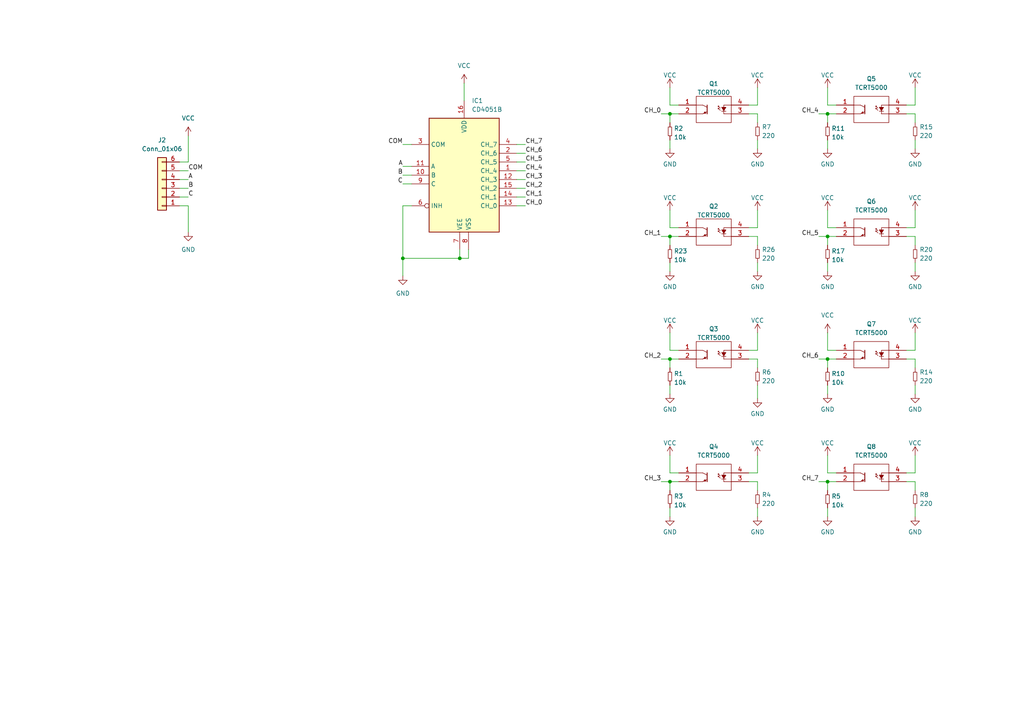
<source format=kicad_sch>
(kicad_sch (version 20231120) (generator "eeschema") (generator_version "8.0")
  (paper "A4")
  (lib_symbols
    (symbol "EESTN5:Conn_01x06" (pin_names (offset 1.016) hide)
      (property "Reference" "J" (at 0 7.62 0))
      (property "Value" "Conn_01x06" (at 0 -10.16 0))
      (symbol "Conn_01x06_1_1"
        (rectangle (start -1.27 -7.493) (end 0 -7.747) (stroke (width 0.1524)))
        (rectangle (start -1.27 -4.953) (end 0 -5.207) (stroke (width 0.1524)))
        (rectangle (start -1.27 -2.413) (end 0 -2.667) (stroke (width 0.1524)))
        (rectangle (start -1.27 0.127) (end 0 -0.127) (stroke (width 0.1524)))
        (rectangle (start -1.27 2.667) (end 0 2.413) (stroke (width 0.1524)))
        (rectangle (start -1.27 5.207) (end 0 4.953) (stroke (width 0.1524)))
        (rectangle (start -1.27 6.35) (end 1.27 -8.89) (stroke (width 0.254)) (fill (type background)))
        (pin passive line (at -5.08 5.08 0) (length 3.81) (name "Pin_1") (number "1"))
        (pin passive line (at -5.08 2.54 0) (length 3.81) (name "Pin_2") (number "2"))
        (pin passive line (at -5.08 0 0) (length 3.81) (name "Pin_3") (number "3"))
        (pin passive line (at -5.08 -2.54 0) (length 3.81) (name "Pin_4") (number "4"))
        (pin passive line (at -5.08 -5.08 0) (length 3.81) (name "Pin_5") (number "5"))
        (pin passive line (at -5.08 -7.62 0) (length 3.81) (name "Pin_6") (number "6"))
      )
    )
    (symbol "EESTN5:R" (pin_numbers hide) (pin_names (offset 0))
      (property "Reference" "R" (at -1.27 0 90))
      (property "Value" "R" (at 1.27 0 90))
      (symbol "R_0_1"
        (rectangle (start 0.508 1.27) (end -0.508 -1.27))
      )
      (symbol "R_1_1"
        (pin passive line (at 0 2.54 270) (length 1.27) (name "~") (number "1"))
        (pin passive line (at 0 -2.54 90) (length 1.27) (name "~") (number "2"))
      )
    )
    (symbol "GND_1" (power) (pin_numbers hide) (pin_names (offset 0) hide)
      (property "Value" "GND" (at 0 -3.81 0))
      (symbol "GND_1_0_1"
        (polyline (pts (xy 0 0) (xy 0 -1.27) (xy 1.27 -1.27) (xy 0 -2.54) (xy -1.27 -1.27) (xy 0 -1.27)))
      )
      (symbol "GND_1_1_1"
        (pin power_in line (at 0 0 270) (length 0) (name "~") (number "1"))
      )
    )
    (symbol "GND_2" (power) (pin_numbers hide) (pin_names (offset 0) hide)
      (property "Value" "GND" (at 0 -3.81 0))
      (symbol "GND_2_0_1"
        (polyline (pts (xy 0 0) (xy 0 -1.27) (xy 1.27 -1.27) (xy 0 -2.54) (xy -1.27 -1.27) (xy 0 -1.27)))
      )
      (symbol "GND_2_1_1"
        (pin power_in line (at 0 0 270) (length 0) (name "~") (number "1"))
      )
    )
    (symbol "Logic_Gate:CD4051B"
      (property "Reference" "IC" (at 5.08 -17.78 0))
      (property "Value" "CD4051B" (at 5.08 -20.32 0))
      (symbol "CD4051B_1_1"
        (rectangle (start -10.16 16.51) (end 10.16 -16.51) (stroke (width 0.254)) (fill (type background)))
        (pin passive line (at 15.24 1.27 180) (length 5.08) (name "CH_4") (number "1"))
        (pin passive line (at -15.24 0 0) (length 5.08) (name "B") (number "10"))
        (pin passive line (at -15.24 2.54 0) (length 5.08) (name "A") (number "11"))
        (pin passive line (at 15.24 -1.27 180) (length 5.08) (name "CH_3") (number "12"))
        (pin passive line (at 15.24 -8.89 180) (length 5.08) (name "CH_0") (number "13"))
        (pin passive line (at 15.24 -6.35 180) (length 5.08) (name "CH_1") (number "14"))
        (pin passive line (at 15.24 -3.81 180) (length 5.08) (name "CH_2") (number "15"))
        (pin passive line (at 0 21.59 270) (length 5.08) (name "VDD") (number "16"))
        (pin passive line (at 15.24 6.35 180) (length 5.08) (name "CH_6") (number "2"))
        (pin passive line (at -15.24 8.89 0) (length 5.08) (name "COM") (number "3"))
        (pin passive line (at 15.24 8.89 180) (length 5.08) (name "CH_7") (number "4"))
        (pin passive line (at 15.24 3.81 180) (length 5.08) (name "CH_5") (number "5"))
        (pin passive inverted (at -15.24 -8.89 0) (length 5.08) (name "INH") (number "6"))
        (pin passive line (at -1.27 -21.59 90) (length 5.08) (name "VEE") (number "7"))
        (pin passive line (at 1.27 -21.59 90) (length 5.08) (name "VSS") (number "8"))
        (pin passive line (at -15.24 -2.54 0) (length 5.08) (name "C") (number "9"))
      )
    )
    (symbol "TCRT5000_1" (pin_names (offset 0.762) hide)
      (property "Reference" "Q" (at 6.35 8.89 0))
      (property "Value" "TCRT5000_1" (at 6.35 6.35 0))
      (symbol "TCRT5000_1_0_0"
        (pin passive line (at -10.16 1.27 0) (length 5.08) (name "C") (number "1"))
        (pin passive line (at -10.16 -1.27 0) (length 5.08) (name "E") (number "2"))
        (pin passive line (at 10.16 -1.27 180) (length 5.08) (name "K") (number "3"))
        (pin passive line (at 10.16 1.27 180) (length 5.08) (name "A") (number "4"))
      )
      (symbol "TCRT5000_1_0_1"
        (polyline (pts (xy -3.175 -1.27) (xy -5.08 -1.27)) (stroke (width 0.1524)))
        (polyline (pts (xy -3.175 1.27) (xy -5.08 1.27)) (stroke (width 0.1524)))
        (polyline (pts (xy -1.905 -1.27) (xy -1.905 1.27)) (stroke (width 0.254)))
        (polyline (pts (xy -1.905 -0.635) (xy -3.175 -1.27)) (stroke (width 0.1524)))
        (polyline (pts (xy -1.905 0.635) (xy -3.175 1.27)) (stroke (width 0.1524)))
        (polyline (pts (xy 1.397 0.254) (xy 1.905 -0.254)) (stroke (width 0.1524)))
        (polyline (pts (xy 1.397 0.889) (xy 1.905 0.381)) (stroke (width 0.1524)))
        (polyline (pts (xy 2.286 -0.508) (xy 3.556 -0.508)) (stroke (width 0.1524)))
        (polyline (pts (xy 2.921 -0.508) (xy 2.921 -1.27)) (stroke (width 0.1524)))
        (polyline (pts (xy 5.08 -1.27) (xy 2.921 -1.27)) (stroke (width 0.1524)))
        (polyline (pts (xy 5.08 1.27) (xy 2.921 1.27) (xy 2.921 0.635)) (stroke (width 0.1524)))
        (polyline (pts (xy -5.08 3.81) (xy 5.08 3.81) (xy 5.08 -3.81) (xy -5.08 -3.81) (xy -5.08 3.81)) (stroke (width 0.1524)))
        (polyline (pts (xy -2.286 -1.143) (xy -2.54 -0.635) (xy -2.921 -1.143) (xy -2.286 -1.143) (xy -2.54 -0.635)) (fill (type outline)))
        (polyline (pts (xy 1.397 0.254) (xy 1.27 0.127) (xy 1.27 0.381) (xy 1.524 0.381) (xy 1.397 0.254)) (stroke (width 0.1524)))
        (polyline (pts (xy 1.397 0.889) (xy 1.27 0.762) (xy 1.27 1.016) (xy 1.524 1.016) (xy 1.397 0.889)) (stroke (width 0.1524)))
        (polyline (pts (xy 3.556 0.635) (xy 2.286 0.635) (xy 2.921 -0.381) (xy 3.556 0.635) (xy 2.794 0)) (fill (type outline)))
      )
    )
    (symbol "VCC_1" (power) (pin_numbers hide) (pin_names (offset 0) hide)
      (property "Value" "VCC" (at 0 3.556 0))
      (symbol "VCC_1_0_1"
        (polyline (pts (xy -0.762 1.27) (xy 0 2.54)))
        (polyline (pts (xy 0 0) (xy 0 2.54)))
        (polyline (pts (xy 0 2.54) (xy 0.762 1.27)))
      )
      (symbol "VCC_1_1_1"
        (pin power_in line (at 0 0 90) (length 0) (name "~") (number "1"))
      )
    )
    (symbol "VCC_2" (power) (pin_numbers hide) (pin_names (offset 0) hide)
      (property "Value" "VCC" (at 0 3.556 0))
      (symbol "VCC_2_0_1"
        (polyline (pts (xy -0.762 1.27) (xy 0 2.54)))
        (polyline (pts (xy 0 0) (xy 0 2.54)))
        (polyline (pts (xy 0 2.54) (xy 0.762 1.27)))
      )
      (symbol "VCC_2_1_1"
        (pin power_in line (at 0 0 90) (length 0) (name "~") (number "1"))
      )
    )
    (symbol "VCC_3" (power) (pin_numbers hide) (pin_names (offset 0) hide)
      (property "Value" "VCC" (at 0 3.556 0))
      (symbol "VCC_3_0_1"
        (polyline (pts (xy -0.762 1.27) (xy 0 2.54)))
        (polyline (pts (xy 0 0) (xy 0 2.54)))
        (polyline (pts (xy 0 2.54) (xy 0.762 1.27)))
      )
      (symbol "VCC_3_1_1"
        (pin power_in line (at 0 0 90) (length 0) (name "~") (number "1"))
      )
    )
    (symbol "power:GND" (power) (pin_names (offset 0))
      (property "Value" "GND" (at 0 -3.81 0))
      (symbol "GND_0_1"
        (polyline (pts (xy 0 0) (xy 0 -1.27) (xy 1.27 -1.27) (xy 0 -2.54) (xy -1.27 -1.27) (xy 0 -1.27)))
      )
      (symbol "GND_1_1"
        (pin power_in line (at 0 0 270) (length 0) hide (name "GND") (number "1"))
      )
    )
    (symbol "power:VCC" (power) (pin_names (offset 0))
      (property "Value" "VCC" (at 0 3.81 0))
      (symbol "VCC_0_1"
        (polyline (pts (xy -0.762 1.27) (xy 0 2.54)))
        (polyline (pts (xy 0 0) (xy 0 2.54)))
        (polyline (pts (xy 0 2.54) (xy 0.762 1.27)))
      )
      (symbol "VCC_1_1"
        (pin power_in line (at 0 0 90) (length 0) hide (name "VCC") (number "1"))
      )
    )
  )
  (junction (at 240.03 68.58))
  (junction (at 194.31 104.14))
  (junction (at 240.03 104.14))
  (junction (at 194.31 33.02))
  (junction (at 116.84 74.93))
  (junction (at 194.31 139.7))
  (junction (at 240.03 139.7))
  (junction (at 240.03 33.02))
  (junction (at 133.35 74.93))
  (junction (at 194.31 68.58))
  (wire (pts (xy 240.03 68.58) (xy 242.57 68.58)))
  (wire (pts (xy 219.71 60.96) (xy 219.71 66.04)))
  (wire (pts (xy 194.31 33.02) (xy 194.31 35.56)))
  (wire (pts (xy 265.43 76.2) (xy 265.43 78.74)))
  (wire (pts (xy 262.89 139.7) (xy 265.43 139.7)))
  (wire (pts (xy 237.49 33.02) (xy 240.03 33.02)))
  (wire (pts (xy 237.49 139.7) (xy 240.03 139.7)))
  (wire (pts (xy 240.03 111.76) (xy 240.03 114.3)))
  (wire (pts (xy 191.77 68.58) (xy 194.31 68.58)))
  (wire (pts (xy 265.43 66.04) (xy 262.89 66.04)))
  (wire (pts (xy 217.17 33.02) (xy 219.71 33.02)))
  (wire (pts (xy 265.43 60.96) (xy 265.43 66.04)))
  (wire (pts (xy 194.31 68.58) (xy 196.85 68.58)))
  (wire (pts (xy 265.43 147.32) (xy 265.43 149.86)))
  (wire (pts (xy 265.43 33.02) (xy 265.43 35.56)))
  (wire (pts (xy 240.03 137.16) (xy 242.57 137.16)))
  (wire (pts (xy 149.86 52.07) (xy 152.4 52.07)))
  (wire (pts (xy 219.71 147.32) (xy 219.71 149.86)))
  (wire (pts (xy 219.71 96.52) (xy 219.71 101.6)))
  (wire (pts (xy 194.31 96.52) (xy 194.31 101.6)))
  (wire (pts (xy 265.43 68.58) (xy 265.43 71.12)))
  (wire (pts (xy 134.62 24.13) (xy 134.62 29.21)))
  (wire (pts (xy 52.07 57.15) (xy 54.61 57.15)))
  (wire (pts (xy 219.71 104.14) (xy 219.71 106.68)))
  (wire (pts (xy 237.49 104.14) (xy 240.03 104.14)))
  (wire (pts (xy 262.89 33.02) (xy 265.43 33.02)))
  (wire (pts (xy 219.71 40.64) (xy 219.71 43.18)))
  (wire (pts (xy 194.31 139.7) (xy 196.85 139.7)))
  (wire (pts (xy 265.43 104.14) (xy 265.43 106.68)))
  (wire (pts (xy 217.17 68.58) (xy 219.71 68.58)))
  (wire (pts (xy 116.84 41.91) (xy 119.38 41.91)))
  (wire (pts (xy 219.71 101.6) (xy 217.17 101.6)))
  (wire (pts (xy 194.31 60.96) (xy 194.31 66.04)))
  (wire (pts (xy 219.71 30.48) (xy 217.17 30.48)))
  (wire (pts (xy 265.43 137.16) (xy 262.89 137.16)))
  (wire (pts (xy 240.03 66.04) (xy 242.57 66.04)))
  (wire (pts (xy 265.43 30.48) (xy 262.89 30.48)))
  (wire (pts (xy 265.43 132.08) (xy 265.43 137.16)))
  (wire (pts (xy 240.03 60.96) (xy 240.03 66.04)))
  (wire (pts (xy 240.03 33.02) (xy 242.57 33.02)))
  (wire (pts (xy 52.07 49.53) (xy 54.61 49.53)))
  (wire (pts (xy 219.71 66.04) (xy 217.17 66.04)))
  (wire (pts (xy 219.71 25.4) (xy 219.71 30.48)))
  (wire (pts (xy 52.07 52.07) (xy 54.61 52.07)))
  (wire (pts (xy 265.43 96.52) (xy 265.43 101.6)))
  (wire (pts (xy 194.31 68.58) (xy 194.31 71.12)))
  (wire (pts (xy 240.03 40.64) (xy 240.03 43.18)))
  (wire (pts (xy 54.61 39.37) (xy 54.61 46.99)))
  (wire (pts (xy 240.03 104.14) (xy 242.57 104.14)))
  (wire (pts (xy 240.03 25.4) (xy 240.03 30.48)))
  (wire (pts (xy 191.77 33.02) (xy 194.31 33.02)))
  (wire (pts (xy 240.03 104.14) (xy 240.03 106.68)))
  (wire (pts (xy 265.43 111.76) (xy 265.43 114.3)))
  (wire (pts (xy 116.84 50.8) (xy 119.38 50.8)))
  (wire (pts (xy 240.03 139.7) (xy 240.03 142.24)))
  (wire (pts (xy 149.86 41.91) (xy 152.4 41.91)))
  (wire (pts (xy 116.84 59.69) (xy 116.84 74.93)))
  (wire (pts (xy 54.61 46.99) (xy 52.07 46.99)))
  (wire (pts (xy 133.35 74.93) (xy 135.89 74.93)))
  (wire (pts (xy 191.77 139.7) (xy 194.31 139.7)))
  (wire (pts (xy 240.03 96.52) (xy 240.03 101.6)))
  (wire (pts (xy 194.31 40.64) (xy 194.31 43.18)))
  (wire (pts (xy 149.86 59.69) (xy 152.4 59.69)))
  (wire (pts (xy 194.31 66.04) (xy 196.85 66.04)))
  (wire (pts (xy 149.86 57.15) (xy 152.4 57.15)))
  (wire (pts (xy 240.03 76.2) (xy 240.03 78.74)))
  (wire (pts (xy 217.17 139.7) (xy 219.71 139.7)))
  (wire (pts (xy 116.84 48.26) (xy 119.38 48.26)))
  (wire (pts (xy 265.43 25.4) (xy 265.43 30.48)))
  (wire (pts (xy 194.31 132.08) (xy 194.31 137.16)))
  (wire (pts (xy 240.03 33.02) (xy 240.03 35.56)))
  (wire (pts (xy 219.71 132.08) (xy 219.71 137.16)))
  (wire (pts (xy 194.31 104.14) (xy 194.31 106.68)))
  (wire (pts (xy 135.89 74.93) (xy 135.89 72.39)))
  (wire (pts (xy 194.31 30.48) (xy 196.85 30.48)))
  (wire (pts (xy 219.71 68.58) (xy 219.71 71.12)))
  (wire (pts (xy 219.71 111.76) (xy 219.71 115.57)))
  (wire (pts (xy 149.86 44.45) (xy 152.4 44.45)))
  (wire (pts (xy 240.03 30.48) (xy 242.57 30.48)))
  (wire (pts (xy 194.31 104.14) (xy 196.85 104.14)))
  (wire (pts (xy 240.03 139.7) (xy 242.57 139.7)))
  (wire (pts (xy 194.31 137.16) (xy 196.85 137.16)))
  (wire (pts (xy 194.31 139.7) (xy 194.31 142.24)))
  (wire (pts (xy 116.84 74.93) (xy 116.84 80.01)))
  (wire (pts (xy 219.71 137.16) (xy 217.17 137.16)))
  (wire (pts (xy 149.86 46.99) (xy 152.4 46.99)))
  (wire (pts (xy 237.49 68.58) (xy 240.03 68.58)))
  (wire (pts (xy 194.31 111.76) (xy 194.31 114.3)))
  (wire (pts (xy 219.71 76.2) (xy 219.71 78.74)))
  (wire (pts (xy 54.61 67.31) (xy 54.61 59.69)))
  (wire (pts (xy 116.84 74.93) (xy 133.35 74.93)))
  (wire (pts (xy 52.07 54.61) (xy 54.61 54.61)))
  (wire (pts (xy 194.31 147.32) (xy 194.31 149.86)))
  (wire (pts (xy 219.71 33.02) (xy 219.71 35.56)))
  (wire (pts (xy 133.35 72.39) (xy 133.35 74.93)))
  (wire (pts (xy 217.17 104.14) (xy 219.71 104.14)))
  (wire (pts (xy 240.03 132.08) (xy 240.03 137.16)))
  (wire (pts (xy 194.31 76.2) (xy 194.31 78.74)))
  (wire (pts (xy 262.89 104.14) (xy 265.43 104.14)))
  (wire (pts (xy 265.43 101.6) (xy 262.89 101.6)))
  (wire (pts (xy 149.86 49.53) (xy 152.4 49.53)))
  (wire (pts (xy 194.31 33.02) (xy 196.85 33.02)))
  (wire (pts (xy 194.31 25.4) (xy 194.31 30.48)))
  (wire (pts (xy 191.77 104.14) (xy 194.31 104.14)))
  (wire (pts (xy 265.43 40.64) (xy 265.43 43.18)))
  (wire (pts (xy 119.38 59.69) (xy 116.84 59.69)))
  (wire (pts (xy 149.86 54.61) (xy 152.4 54.61)))
  (wire (pts (xy 219.71 139.7) (xy 219.71 142.24)))
  (wire (pts (xy 116.84 53.34) (xy 119.38 53.34)))
  (wire (pts (xy 240.03 101.6) (xy 242.57 101.6)))
  (wire (pts (xy 262.89 68.58) (xy 265.43 68.58)))
  (wire (pts (xy 240.03 68.58) (xy 240.03 71.12)))
  (wire (pts (xy 240.03 147.32) (xy 240.03 149.86)))
  (wire (pts (xy 265.43 139.7) (xy 265.43 142.24)))
  (wire (pts (xy 194.31 101.6) (xy 196.85 101.6)))
  (wire (pts (xy 54.61 59.69) (xy 52.07 59.69)))
  (label "CH_3" (at 191.77 139.7 180))
  (label "CH_5" (at 237.49 68.58 180))
  (label "CH_0" (at 152.4 59.69 0))
  (label "C" (at 54.61 57.15 0))
  (label "COM" (at 54.61 49.53 0))
  (label "C" (at 116.84 53.34 180))
  (label "CH_4" (at 237.49 33.02 180))
  (label "CH_1" (at 191.77 68.58 180))
  (label "CH_3" (at 152.4 52.07 0))
  (label "CH_7" (at 152.4 41.91 0))
  (label "CH_4" (at 152.4 49.53 0))
  (label "CH_7" (at 237.49 139.7 180))
  (label "B" (at 54.61 54.61 0))
  (label "A" (at 116.84 48.26 180))
  (label "CH_6" (at 152.4 44.45 0))
  (label "B" (at 116.84 50.8 180))
  (label "CH_5" (at 152.4 46.99 0))
  (label "CH_1" (at 152.4 57.15 0))
  (label "CH_6" (at 237.49 104.14 180))
  (label "CH_2" (at 152.4 54.61 0))
  (label "CH_0" (at 191.77 33.02 180))
  (label "COM" (at 116.84 41.91 180))
  (label "A" (at 54.61 52.07 0))
  (label "CH_2" (at 191.77 104.14 180))
  (symbol (lib_id "EESTN5:R") (at 194.31 73.66 0) (unit 1)
    (property "Reference" "R23" (at 195.453 72.8253 0) (effects (justify left)))
    (property "Value" "10k" (at 195.453 75.3622 0) (effects (justify left)))
    (property "Footprint" "MacroLib:RES0.3" (effects (hide yes)))
  )
  (symbol (lib_name "TCRT5000_1") (lib_id "MacroLib:TCRT5000") (at 252.73 31.75 0) (unit 1)
    (property "Reference" "Q5" (at 252.73 22.86 0))
    (property "Value" "TCRT5000" (at 252.73 25.4 0))
    (property "Footprint" "MacroLib:TCRT5000L" (effects (hide yes)))
    (property "Datasheet" "http://www.vishay.com/docs/83760/tcrt5000.pdf" (effects (hide yes)))
    (property "Description" "VISHAY - TCRT5000. - SENSOR, OPTICAL, TRANSISTOR O/P" (effects (hide yes)))
    (property "Height" "6.8" (effects (hide yes)))
    (property "Manufacturer_Name" "Vishay" (effects (hide yes)))
    (property "Manufacturer_Part_Number" "TCRT5000" (effects (hide yes)))
    (property "Mouser Part Number" "782-TCRT5000" (effects (hide yes)))
    (property "Mouser Price/Stock" "https://www.mouser.co.uk/ProductDetail/Vishay-Semiconductors/TCRT5000?qs=glpcD2KT6uaaYldHGIIt5g%3D%3D" (effects (hide yes)))
    (property "Arrow Part Number" "TCRT5000" (effects (hide yes)))
    (property "Arrow Price/Stock" "https://www.arrow.com/en/products/tcrt5000/vishay?region=nac" (effects (hide yes)))
  )
  (symbol (lib_id "power:VCC") (at 219.71 60.96 0) (unit 1)
    (property "Reference" "#PWR017" (effects (hide yes)))
    (property "Value" "VCC" (at 219.71 57.3842 0))
  )
  (symbol (lib_id "EESTN5:R") (at 265.43 38.1 180) (unit 1)
    (property "Reference" "R15" (at 266.7 36.8299 0) (effects (justify right)))
    (property "Value" "220" (at 266.7 39.3699 0) (effects (justify right)))
    (property "Footprint" "MacroLib:RES0.3" (effects (hide yes)))
  )
  (symbol (lib_name "TCRT5000_1") (lib_id "MacroLib:TCRT5000") (at 207.01 31.75 0) (unit 1)
    (property "Reference" "Q1" (at 207.01 24.291 0))
    (property "Value" "TCRT5000" (at 207.01 26.8279 0))
    (property "Footprint" "MacroLib:TCRT5000L" (effects (hide yes)))
    (property "Datasheet" "http://www.vishay.com/docs/83760/tcrt5000.pdf" (effects (hide yes)))
    (property "Description" "VISHAY - TCRT5000. - SENSOR, OPTICAL, TRANSISTOR O/P" (effects (hide yes)))
    (property "Height" "6.8" (effects (hide yes)))
    (property "Manufacturer_Name" "Vishay" (effects (hide yes)))
    (property "Manufacturer_Part_Number" "TCRT5000" (effects (hide yes)))
    (property "Mouser Part Number" "782-TCRT5000" (effects (hide yes)))
    (property "Mouser Price/Stock" "https://www.mouser.co.uk/ProductDetail/Vishay-Semiconductors/TCRT5000?qs=glpcD2KT6uaaYldHGIIt5g%3D%3D" (effects (hide yes)))
    (property "Arrow Part Number" "TCRT5000" (effects (hide yes)))
    (property "Arrow Price/Stock" "https://www.arrow.com/en/products/tcrt5000/vishay?region=nac" (effects (hide yes)))
  )
  (symbol (lib_id "power:VCC") (at 194.31 60.96 0) (unit 1)
    (property "Reference" "#PWR010" (effects (hide yes)))
    (property "Value" "VCC" (at 194.31 57.3842 0))
  )
  (symbol (lib_id "power:VCC") (at 194.31 25.4 0) (unit 1)
    (property "Reference" "#PWR03" (effects (hide yes)))
    (property "Value" "VCC" (at 194.31 21.8242 0))
  )
  (symbol (lib_id "power:VCC") (at 265.43 132.08 0) (unit 1)
    (property "Reference" "#PWR028" (effects (hide yes)))
    (property "Value" "VCC" (at 265.43 128.5042 0))
  )
  (symbol (lib_id "power:VCC") (at 194.31 96.52 0) (unit 1)
    (property "Reference" "#PWR01" (effects (hide yes)))
    (property "Value" "VCC" (at 194.31 92.9442 0))
  )
  (symbol (lib_id "power:VCC") (at 265.43 25.4 0) (unit 1)
    (property "Reference" "#PWR016" (effects (hide yes)))
    (property "Value" "VCC" (at 265.43 21.8242 0))
  )
  (symbol (lib_id "power:VCC") (at 219.71 25.4 0) (unit 1)
    (property "Reference" "#PWR011" (effects (hide yes)))
    (property "Value" "VCC" (at 219.71 21.8242 0))
  )
  (symbol (lib_name "TCRT5000_1") (lib_id "MacroLib:TCRT5000") (at 207.01 67.31 0) (unit 1)
    (property "Reference" "Q2" (at 207.01 59.851 0))
    (property "Value" "TCRT5000" (at 207.01 62.3879 0))
    (property "Footprint" "MacroLib:TCRT5000L" (effects (hide yes)))
    (property "Datasheet" "http://www.vishay.com/docs/83760/tcrt5000.pdf" (effects (hide yes)))
    (property "Description" "VISHAY - TCRT5000. - SENSOR, OPTICAL, TRANSISTOR O/P" (effects (hide yes)))
    (property "Height" "6.8" (effects (hide yes)))
    (property "Manufacturer_Name" "Vishay" (effects (hide yes)))
    (property "Manufacturer_Part_Number" "TCRT5000" (effects (hide yes)))
    (property "Mouser Part Number" "782-TCRT5000" (effects (hide yes)))
    (property "Mouser Price/Stock" "https://www.mouser.co.uk/ProductDetail/Vishay-Semiconductors/TCRT5000?qs=glpcD2KT6uaaYldHGIIt5g%3D%3D" (effects (hide yes)))
    (property "Arrow Part Number" "TCRT5000" (effects (hide yes)))
    (property "Arrow Price/Stock" "https://www.arrow.com/en/products/tcrt5000/vishay?region=nac" (effects (hide yes)))
  )
  (symbol (lib_id "power:GND") (at 194.31 43.18 0) (unit 1)
    (property "Reference" "#PWR04" (effects (hide yes)))
    (property "Value" "GND" (at 194.31 47.6234 0))
  )
  (symbol (lib_id "power:GND") (at 240.03 149.86 0) (unit 1)
    (property "Reference" "#PWR027" (effects (hide yes)))
    (property "Value" "GND" (at 240.03 154.3034 0))
  )
  (symbol (lib_id "EESTN5:R") (at 240.03 144.78 0) (unit 1)
    (property "Reference" "R5" (at 241.173 143.9453 0) (effects (justify left)))
    (property "Value" "10k" (at 241.173 146.4822 0) (effects (justify left)))
    (property "Footprint" "MacroLib:RES0.3" (effects (hide yes)))
  )
  (symbol (lib_name "VCC_2") (lib_id "power:VCC") (at 134.62 24.13 0) (unit 1)
    (property "Reference" "#PWR031" (effects (hide yes)))
    (property "Value" "VCC" (at 134.62 19.05 0))
    (property "Description" "Power symbol creates a global label with name \"VCC\"" (effects (hide yes)))
  )
  (symbol (lib_id "power:VCC") (at 240.03 25.4 0) (unit 1)
    (property "Reference" "#PWR014" (effects (hide yes)))
    (property "Value" "VCC" (at 240.03 21.8242 0))
  )
  (symbol (lib_id "power:VCC") (at 240.03 60.96 0) (unit 1)
    (property "Reference" "#PWR07" (effects (hide yes)))
    (property "Value" "VCC" (at 240.03 57.3842 0))
  )
  (symbol (lib_id "power:GND") (at 265.43 114.3 0) (unit 1)
    (property "Reference" "#PWR020" (effects (hide yes)))
    (property "Value" "GND" (at 265.43 118.7434 0))
  )
  (symbol (lib_id "EESTN5:R") (at 194.31 38.1 0) (unit 1)
    (property "Reference" "R2" (at 195.453 37.2653 0) (effects (justify left)))
    (property "Value" "10k" (at 195.453 39.8022 0) (effects (justify left)))
    (property "Footprint" "MacroLib:RES0.3" (effects (hide yes)))
  )
  (symbol (lib_id "EESTN5:R") (at 240.03 109.22 0) (unit 1)
    (property "Reference" "R10" (at 241.173 108.3853 0) (effects (justify left)))
    (property "Value" "10k" (at 241.173 110.9222 0) (effects (justify left)))
    (property "Footprint" "MacroLib:RES0.3" (effects (hide yes)))
  )
  (symbol (lib_name "TCRT5000_1") (lib_id "MacroLib:TCRT5000") (at 207.01 102.87 0) (unit 1)
    (property "Reference" "Q3" (at 207.01 95.411 0))
    (property "Value" "TCRT5000" (at 207.01 97.9479 0))
    (property "Footprint" "MacroLib:TCRT5000L" (effects (hide yes)))
    (property "Datasheet" "http://www.vishay.com/docs/83760/tcrt5000.pdf" (effects (hide yes)))
    (property "Description" "VISHAY - TCRT5000. - SENSOR, OPTICAL, TRANSISTOR O/P" (effects (hide yes)))
    (property "Height" "6.8" (effects (hide yes)))
    (property "Manufacturer_Name" "Vishay" (effects (hide yes)))
    (property "Manufacturer_Part_Number" "TCRT5000" (effects (hide yes)))
    (property "Mouser Part Number" "782-TCRT5000" (effects (hide yes)))
    (property "Mouser Price/Stock" "https://www.mouser.co.uk/ProductDetail/Vishay-Semiconductors/TCRT5000?qs=glpcD2KT6uaaYldHGIIt5g%3D%3D" (effects (hide yes)))
    (property "Arrow Part Number" "TCRT5000" (effects (hide yes)))
    (property "Arrow Price/Stock" "https://www.arrow.com/en/products/tcrt5000/vishay?region=nac" (effects (hide yes)))
  )
  (symbol (lib_id "power:VCC") (at 265.43 96.52 0) (unit 1)
    (property "Reference" "#PWR012" (effects (hide yes)))
    (property "Value" "VCC" (at 265.43 92.9442 0))
  )
  (symbol (lib_id "EESTN5:R") (at 219.71 144.78 180) (unit 1)
    (property "Reference" "R4" (at 220.98 143.5099 0) (effects (justify right)))
    (property "Value" "220" (at 220.98 146.0499 0) (effects (justify right)))
    (property "Footprint" "MacroLib:RES0.3" (effects (hide yes)))
  )
  (symbol (lib_id "power:VCC") (at 219.71 132.08 0) (unit 1)
    (property "Reference" "#PWR023" (effects (hide yes)))
    (property "Value" "VCC" (at 219.71 128.5042 0))
  )
  (symbol (lib_id "power:GND") (at 240.03 43.18 0) (unit 1)
    (property "Reference" "#PWR015" (effects (hide yes)))
    (property "Value" "GND" (at 240.03 47.6234 0))
  )
  (symbol (lib_name "TCRT5000_1") (lib_id "MacroLib:TCRT5000") (at 252.73 138.43 0) (unit 1)
    (property "Reference" "Q8" (at 252.73 129.54 0))
    (property "Value" "TCRT5000" (at 252.73 132.08 0))
    (property "Footprint" "MacroLib:TCRT5000L" (effects (hide yes)))
    (property "Datasheet" "http://www.vishay.com/docs/83760/tcrt5000.pdf" (effects (hide yes)))
    (property "Description" "VISHAY - TCRT5000. - SENSOR, OPTICAL, TRANSISTOR O/P" (effects (hide yes)))
    (property "Height" "6.8" (effects (hide yes)))
    (property "Manufacturer_Name" "Vishay" (effects (hide yes)))
    (property "Manufacturer_Part_Number" "TCRT5000" (effects (hide yes)))
    (property "Mouser Part Number" "782-TCRT5000" (effects (hide yes)))
    (property "Mouser Price/Stock" "https://www.mouser.co.uk/ProductDetail/Vishay-Semiconductors/TCRT5000?qs=glpcD2KT6uaaYldHGIIt5g%3D%3D" (effects (hide yes)))
    (property "Arrow Part Number" "TCRT5000" (effects (hide yes)))
    (property "Arrow Price/Stock" "https://www.arrow.com/en/products/tcrt5000/vishay?region=nac" (effects (hide yes)))
  )
  (symbol (lib_id "EESTN5:R") (at 219.71 38.1 180) (unit 1)
    (property "Reference" "R7" (at 220.98 36.8299 0) (effects (justify right)))
    (property "Value" "220" (at 220.98 39.3699 0) (effects (justify right)))
    (property "Footprint" "MacroLib:RES0.3" (effects (hide yes)))
  )
  (symbol (lib_id "power:GND") (at 219.71 115.57 0) (unit 1)
    (property "Reference" "#PWR08" (effects (hide yes)))
    (property "Value" "GND" (at 219.71 120.0134 0))
  )
  (symbol (lib_id "power:GND") (at 265.43 78.74 0) (unit 1)
    (property "Reference" "#PWR029" (effects (hide yes)))
    (property "Value" "GND" (at 265.43 83.1834 0))
  )
  (symbol (lib_id "power:GND") (at 219.71 78.74 0) (unit 1)
    (property "Reference" "#PWR040" (effects (hide yes)))
    (property "Value" "GND" (at 219.71 83.1834 0))
  )
  (symbol (lib_id "power:GND") (at 265.43 43.18 0) (unit 1)
    (property "Reference" "#PWR021" (effects (hide yes)))
    (property "Value" "GND" (at 265.43 47.6234 0))
  )
  (symbol (lib_id "power:GND") (at 265.43 149.86 0) (unit 1)
    (property "Reference" "#PWR030" (effects (hide yes)))
    (property "Value" "GND" (at 265.43 154.3034 0))
  )
  (symbol (lib_id "power:VCC") (at 219.71 96.52 0) (unit 1)
    (property "Reference" "#PWR05" (effects (hide yes)))
    (property "Value" "VCC" (at 219.71 92.9442 0))
  )
  (symbol (lib_name "GND_2") (lib_id "power:GND") (at 54.61 67.31 0) (unit 1)
    (property "Reference" "#PWR035" (effects (hide yes)))
    (property "Value" "GND" (at 54.61 72.39 0))
    (property "Description" "Power symbol creates a global label with name \"GND\" , ground" (effects (hide yes)))
  )
  (symbol (lib_id "power:GND") (at 194.31 114.3 0) (unit 1)
    (property "Reference" "#PWR02" (effects (hide yes)))
    (property "Value" "GND" (at 194.31 118.7434 0))
  )
  (symbol (lib_id "EESTN5:R") (at 194.31 109.22 0) (unit 1)
    (property "Reference" "R1" (at 195.453 108.3853 0) (effects (justify left)))
    (property "Value" "10k" (at 195.453 110.9222 0) (effects (justify left)))
    (property "Footprint" "MacroLib:RES0.3" (effects (hide yes)))
  )
  (symbol (lib_id "power:GND") (at 219.71 43.18 0) (unit 1)
    (property "Reference" "#PWR09" (effects (hide yes)))
    (property "Value" "GND" (at 219.71 47.6234 0))
  )
  (symbol (lib_id "power:GND") (at 240.03 114.3 0) (unit 1)
    (property "Reference" "#PWR013" (effects (hide yes)))
    (property "Value" "GND" (at 240.03 118.7434 0))
  )
  (symbol (lib_name "TCRT5000_1") (lib_id "MacroLib:TCRT5000") (at 207.01 138.43 0) (unit 1)
    (property "Reference" "Q4" (at 207.01 129.54 0))
    (property "Value" "TCRT5000" (at 207.01 132.08 0))
    (property "Footprint" "MacroLib:TCRT5000L" (effects (hide yes)))
    (property "Datasheet" "http://www.vishay.com/docs/83760/tcrt5000.pdf" (effects (hide yes)))
    (property "Description" "VISHAY - TCRT5000. - SENSOR, OPTICAL, TRANSISTOR O/P" (effects (hide yes)))
    (property "Height" "6.8" (effects (hide yes)))
    (property "Manufacturer_Name" "Vishay" (effects (hide yes)))
    (property "Manufacturer_Part_Number" "TCRT5000" (effects (hide yes)))
    (property "Mouser Part Number" "782-TCRT5000" (effects (hide yes)))
    (property "Mouser Price/Stock" "https://www.mouser.co.uk/ProductDetail/Vishay-Semiconductors/TCRT5000?qs=glpcD2KT6uaaYldHGIIt5g%3D%3D" (effects (hide yes)))
    (property "Arrow Part Number" "TCRT5000" (effects (hide yes)))
    (property "Arrow Price/Stock" "https://www.arrow.com/en/products/tcrt5000/vishay?region=nac" (effects (hide yes)))
  )
  (symbol (lib_id "EESTN5:Conn_01x06") (at 46.99 54.61 180) (unit 1)
    (property "Reference" "J2" (at 46.99 40.64 0))
    (property "Value" "Conn_01x06" (at 46.99 43.18 0))
    (property "Footprint" "MacroLib:Pin_Header_Wire_6" (effects (hide yes)))
    (property "Description" "Generic connector, single row, 01x06" (effects (hide yes)))
  )
  (symbol (lib_name "VCC_1") (lib_id "power:VCC") (at 240.03 96.52 0) (unit 1)
    (property "Reference" "#PWR06" (effects (hide yes)))
    (property "Value" "VCC" (at 240.03 91.44 0))
    (property "Description" "Power symbol creates a global label with name \"VCC\"" (effects (hide yes)))
  )
  (symbol (lib_id "EESTN5:R") (at 219.71 109.22 180) (unit 1)
    (property "Reference" "R6" (at 220.98 107.9499 0) (effects (justify right)))
    (property "Value" "220" (at 220.98 110.4899 0) (effects (justify right)))
    (property "Footprint" "MacroLib:RES0.3" (effects (hide yes)))
  )
  (symbol (lib_id "EESTN5:R") (at 194.31 144.78 0) (unit 1)
    (property "Reference" "R3" (at 195.453 143.9453 0) (effects (justify left)))
    (property "Value" "10k" (at 195.453 146.4822 0) (effects (justify left)))
    (property "Footprint" "MacroLib:RES0.3" (effects (hide yes)))
  )
  (symbol (lib_id "EESTN5:R") (at 219.71 73.66 180) (unit 1)
    (property "Reference" "R26" (at 220.98 72.3899 0) (effects (justify right)))
    (property "Value" "220" (at 220.98 74.9299 0) (effects (justify right)))
    (property "Footprint" "MacroLib:RES0.3" (effects (hide yes)))
  )
  (symbol (lib_id "EESTN5:R") (at 240.03 73.66 0) (unit 1)
    (property "Reference" "R17" (at 241.173 72.8253 0) (effects (justify left)))
    (property "Value" "10k" (at 241.173 75.3622 0) (effects (justify left)))
    (property "Footprint" "MacroLib:RES0.3" (effects (hide yes)))
  )
  (symbol (lib_id "power:VCC") (at 194.31 132.08 0) (unit 1)
    (property "Reference" "#PWR019" (effects (hide yes)))
    (property "Value" "VCC" (at 194.31 128.5042 0))
  )
  (symbol (lib_name "TCRT5000_1") (lib_id "MacroLib:TCRT5000") (at 252.73 67.31 0) (unit 1)
    (property "Reference" "Q6" (at 252.73 58.42 0))
    (property "Value" "TCRT5000" (at 252.73 60.96 0))
    (property "Footprint" "MacroLib:TCRT5000L" (effects (hide yes)))
    (property "Datasheet" "http://www.vishay.com/docs/83760/tcrt5000.pdf" (effects (hide yes)))
    (property "Description" "VISHAY - TCRT5000. - SENSOR, OPTICAL, TRANSISTOR O/P" (effects (hide yes)))
    (property "Height" "6.8" (effects (hide yes)))
    (property "Manufacturer_Name" "Vishay" (effects (hide yes)))
    (property "Manufacturer_Part_Number" "TCRT5000" (effects (hide yes)))
    (property "Mouser Part Number" "782-TCRT5000" (effects (hide yes)))
    (property "Mouser Price/Stock" "https://www.mouser.co.uk/ProductDetail/Vishay-Semiconductors/TCRT5000?qs=glpcD2KT6uaaYldHGIIt5g%3D%3D" (effects (hide yes)))
    (property "Arrow Part Number" "TCRT5000" (effects (hide yes)))
    (property "Arrow Price/Stock" "https://www.arrow.com/en/products/tcrt5000/vishay?region=nac" (effects (hide yes)))
  )
  (symbol (lib_name "GND_1") (lib_id "power:GND") (at 116.84 80.01 0) (unit 1)
    (property "Reference" "#PWR032" (effects (hide yes)))
    (property "Value" "GND" (at 116.84 85.09 0))
    (property "Description" "Power symbol creates a global label with name \"GND\" , ground" (effects (hide yes)))
  )
  (symbol (lib_id "EESTN5:R") (at 265.43 144.78 180) (unit 1)
    (property "Reference" "R8" (at 266.7 143.5099 0) (effects (justify right)))
    (property "Value" "220" (at 266.7 146.0499 0) (effects (justify right)))
    (property "Footprint" "MacroLib:RES0.3" (effects (hide yes)))
  )
  (symbol (lib_id "Logic_Gate:CD4051B") (at 134.62 50.8 0) (unit 1)
    (property "Reference" "IC1" (at 136.8141 29.21 0) (effects (justify left)))
    (property "Value" "CD4051B" (at 136.8141 31.75 0) (effects (justify left)))
    (property "Footprint" "MacroLib:DIP-16" (effects (hide yes)))
    (property "Datasheet" "https://www.ti.com/lit/ds/symlink/cd4051b.pdf?ts=1636432999310&ref_url=https%253A%252F%252Fwww.google.com%252F" (effects (hide yes)))
    (property "Description" "Analog Multiplexer Single 8:1 16-Pin CDIP Tube" (effects (hide yes)))
    (property "Manufacturer_Name" "Texas Instruments" (effects (hide yes)))
    (property "Arrow Price/Stock" "https://www.arrow.com/en/products/cd4051bf/texas-instruments?utm_currency=USD&region=europe" (effects (hide yes)))
  )
  (symbol (lib_id "EESTN5:R") (at 265.43 109.22 180) (unit 1)
    (property "Reference" "R14" (at 266.7 107.9499 0) (effects (justify right)))
    (property "Value" "220" (at 266.7 110.4899 0) (effects (justify right)))
    (property "Footprint" "MacroLib:RES0.3" (effects (hide yes)))
  )
  (symbol (lib_name "TCRT5000_1") (lib_id "MacroLib:TCRT5000") (at 252.73 102.87 0) (unit 1)
    (property "Reference" "Q7" (at 252.73 93.98 0))
    (property "Value" "TCRT5000" (at 252.73 96.52 0))
    (property "Footprint" "MacroLib:TCRT5000L" (effects (hide yes)))
    (property "Datasheet" "http://www.vishay.com/docs/83760/tcrt5000.pdf" (effects (hide yes)))
    (property "Description" "VISHAY - TCRT5000. - SENSOR, OPTICAL, TRANSISTOR O/P" (effects (hide yes)))
    (property "Height" "6.8" (effects (hide yes)))
    (property "Manufacturer_Name" "Vishay" (effects (hide yes)))
    (property "Manufacturer_Part_Number" "TCRT5000" (effects (hide yes)))
    (property "Mouser Part Number" "782-TCRT5000" (effects (hide yes)))
    (property "Mouser Price/Stock" "https://www.mouser.co.uk/ProductDetail/Vishay-Semiconductors/TCRT5000?qs=glpcD2KT6uaaYldHGIIt5g%3D%3D" (effects (hide yes)))
    (property "Arrow Part Number" "TCRT5000" (effects (hide yes)))
    (property "Arrow Price/Stock" "https://www.arrow.com/en/products/tcrt5000/vishay?region=nac" (effects (hide yes)))
  )
  (symbol (lib_id "EESTN5:R") (at 240.03 38.1 0) (unit 1)
    (property "Reference" "R11" (at 241.173 37.2653 0) (effects (justify left)))
    (property "Value" "10k" (at 241.173 39.8022 0) (effects (justify left)))
    (property "Footprint" "MacroLib:RES0.3" (effects (hide yes)))
  )
  (symbol (lib_id "power:VCC") (at 265.43 60.96 0) (unit 1)
    (property "Reference" "#PWR018" (effects (hide yes)))
    (property "Value" "VCC" (at 265.43 57.3842 0))
  )
  (symbol (lib_name "VCC_3") (lib_id "power:VCC") (at 54.61 39.37 0) (unit 1)
    (property "Reference" "#PWR034" (effects (hide yes)))
    (property "Value" "VCC" (at 54.61 34.29 0))
    (property "Description" "Power symbol creates a global label with name \"VCC\"" (effects (hide yes)))
  )
  (symbol (lib_id "power:GND") (at 240.03 78.74 0) (unit 1)
    (property "Reference" "#PWR024" (effects (hide yes)))
    (property "Value" "GND" (at 240.03 83.1834 0))
  )
  (symbol (lib_id "power:GND") (at 219.71 149.86 0) (unit 1)
    (property "Reference" "#PWR025" (effects (hide yes)))
    (property "Value" "GND" (at 219.71 154.3034 0))
  )
  (symbol (lib_id "EESTN5:R") (at 265.43 73.66 0) (unit 1)
    (property "Reference" "R20" (at 266.7 72.3899 0) (effects (justify left)))
    (property "Value" "220" (at 266.7 74.9299 0) (effects (justify left)))
    (property "Footprint" "MacroLib:RES0.3" (effects (hide yes)))
  )
  (symbol (lib_id "power:GND") (at 194.31 78.74 0) (unit 1)
    (property "Reference" "#PWR033" (effects (hide yes)))
    (property "Value" "GND" (at 194.31 83.1834 0))
  )
  (symbol (lib_id "power:VCC") (at 240.03 132.08 0) (unit 1)
    (property "Reference" "#PWR026" (effects (hide yes)))
    (property "Value" "VCC" (at 240.03 128.5042 0))
  )
  (symbol (lib_id "power:GND") (at 194.31 149.86 0) (unit 1)
    (property "Reference" "#PWR022" (effects (hide yes)))
    (property "Value" "GND" (at 194.31 154.3034 0))
  )
)
</source>
